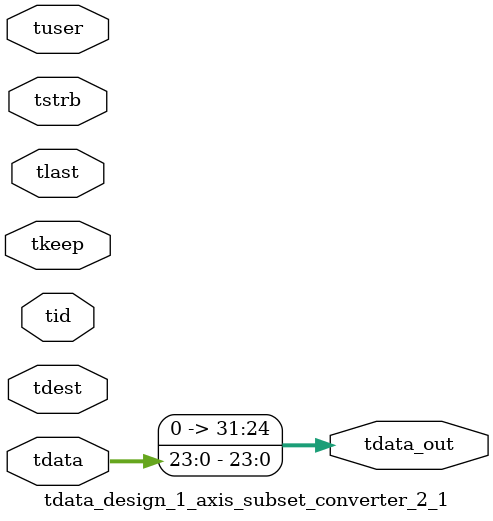
<source format=v>


`timescale 1ps/1ps

module tdata_design_1_axis_subset_converter_2_1 #
(
parameter C_S_AXIS_TDATA_WIDTH = 32,
parameter C_S_AXIS_TUSER_WIDTH = 0,
parameter C_S_AXIS_TID_WIDTH   = 0,
parameter C_S_AXIS_TDEST_WIDTH = 0,
parameter C_M_AXIS_TDATA_WIDTH = 32
)
(
input  [(C_S_AXIS_TDATA_WIDTH == 0 ? 1 : C_S_AXIS_TDATA_WIDTH)-1:0     ] tdata,
input  [(C_S_AXIS_TUSER_WIDTH == 0 ? 1 : C_S_AXIS_TUSER_WIDTH)-1:0     ] tuser,
input  [(C_S_AXIS_TID_WIDTH   == 0 ? 1 : C_S_AXIS_TID_WIDTH)-1:0       ] tid,
input  [(C_S_AXIS_TDEST_WIDTH == 0 ? 1 : C_S_AXIS_TDEST_WIDTH)-1:0     ] tdest,
input  [(C_S_AXIS_TDATA_WIDTH/8)-1:0 ] tkeep,
input  [(C_S_AXIS_TDATA_WIDTH/8)-1:0 ] tstrb,
input                                                                    tlast,
output [C_M_AXIS_TDATA_WIDTH-1:0] tdata_out
);

assign tdata_out = {tdata[23:0]};

endmodule


</source>
